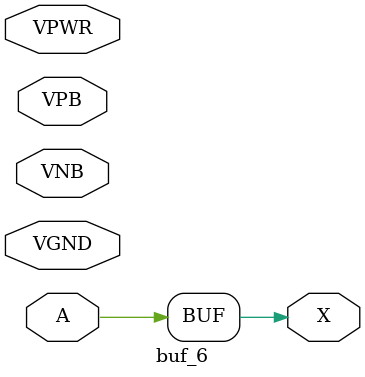
<source format=v>

module mux_4to1 (
    input A, B, C, D, S0, S1,
    output Y
);

    wire not_S0, not_S1, not_S0_and_not_S1, not_S0_and_S1, S0_and_not_S1, S0_and_S1;
    wire A_buf, B_buf, C_buf, D_buf;

    buf_6 buf_A (.A(A), .X(A_buf), .VPWR(1'b1), .VGND(1'b0), .VPB(1'b0), .VNB(1'b0));
    buf_6 buf_B (.A(B), .X(B_buf), .VPWR(1'b1), .VGND(1'b0), .VPB(1'b0), .VNB(1'b0));
    buf_6 buf_C (.A(C), .X(C_buf), .VPWR(1'b1), .VGND(1'b0), .VPB(1'b0), .VNB(1'b0));
    buf_6 buf_D (.A(D), .X(D_buf), .VPWR(1'b1), .VGND(1'b0), .VPB(1'b0), .VNB(1'b0));

    assign not_S0 = ~S0;
    assign not_S1 = ~S1;
    assign not_S0_and_not_S1 = not_S0 & not_S1;
    assign not_S0_and_S1 = not_S0 & S1;
    assign S0_and_not_S1 = S0 & not_S1;
    assign S0_and_S1 = S0 & S1;

    assign Y = not_S0_and_not_S1 & A_buf |
               not_S0_and_S1 & B_buf |
               S0_and_not_S1 & C_buf |
               S0_and_S1 & D_buf;

endmodule
module buf_6 (
    input A,
    output X,
    input VPWR,
    input VGND,
    input VPB,
    input VNB
);

    assign X = A;

endmodule
</source>
